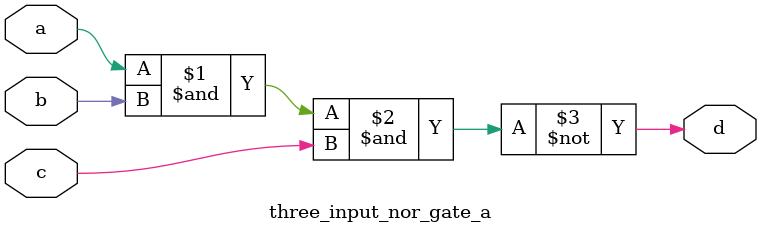
<source format=v>
`timescale 1ns / 1ps

module three_input_nor_gate_a(
    input a, b, c,
    output d
);
    
    assign d = ~(a & b & c);
endmodule
</source>
